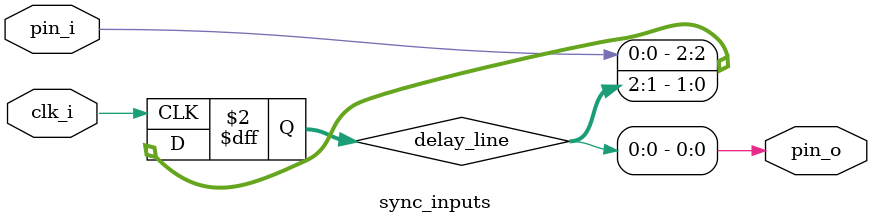
<source format=sv>
`timescale 1ns / 1ps

module sync_inputs
    #(
        parameter DELAY = 3
    )(
        input logic  clk_i,
        input logic  pin_i,
        output logic pin_o
    );
    
    logic [DELAY-1:0] delay_line;
    
    always_ff @(posedge clk_i)
        delay_line <= {pin_i, delay_line[DELAY-1:1]};
    
    assign pin_o = delay_line[0];
endmodule

</source>
